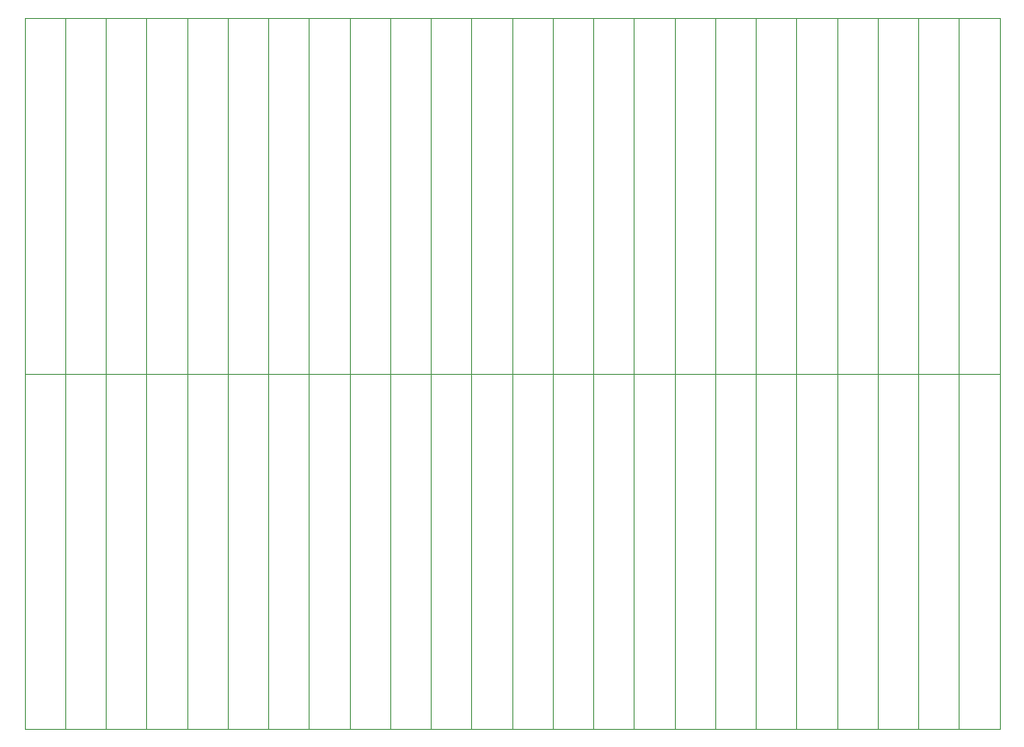
<source format=gbr>
G04 #@! TF.GenerationSoftware,KiCad,Pcbnew,5.1.5+dfsg1-2build2*
G04 #@! TF.CreationDate,2022-01-05T22:10:48-05:00*
G04 #@! TF.ProjectId,,58585858-5858-4585-9858-585858585858,rev?*
G04 #@! TF.SameCoordinates,Original*
G04 #@! TF.FileFunction,Profile,NP*
%FSLAX46Y46*%
G04 Gerber Fmt 4.6, Leading zero omitted, Abs format (unit mm)*
G04 Created by KiCad (PCBNEW 5.1.5+dfsg1-2build2) date 2022-01-05 22:10:48*
%MOMM*%
%LPD*%
G04 APERTURE LIST*
%ADD10C,0.050000*%
G04 APERTURE END LIST*
D10*
X158332300Y-107058800D02*
X162332300Y-107058800D01*
X154332300Y-107058800D02*
X158332300Y-107058800D01*
X150332300Y-107058800D02*
X154332300Y-107058800D01*
X146332300Y-107058800D02*
X150332300Y-107058800D01*
X142332300Y-107058800D02*
X146332300Y-107058800D01*
X138332300Y-107058800D02*
X142332300Y-107058800D01*
X134332300Y-107058800D02*
X138332300Y-107058800D01*
X130332300Y-107058800D02*
X134332300Y-107058800D01*
X126332300Y-107058800D02*
X130332300Y-107058800D01*
X122332300Y-107058800D02*
X126332300Y-107058800D01*
X118332300Y-107058800D02*
X122332300Y-107058800D01*
X114332300Y-107058800D02*
X118332300Y-107058800D01*
X110332300Y-107058800D02*
X114332300Y-107058800D01*
X106332300Y-107058800D02*
X110332300Y-107058800D01*
X102332300Y-107058800D02*
X106332300Y-107058800D01*
X98332300Y-107058800D02*
X102332300Y-107058800D01*
X94332300Y-107058800D02*
X98332300Y-107058800D01*
X90332300Y-107058800D02*
X94332300Y-107058800D01*
X86332300Y-107058800D02*
X90332300Y-107058800D01*
X82332300Y-107058800D02*
X86332300Y-107058800D01*
X78332300Y-107058800D02*
X82332300Y-107058800D01*
X74332300Y-107058800D02*
X78332300Y-107058800D01*
X70332300Y-107058800D02*
X74332300Y-107058800D01*
X66332300Y-107058800D02*
X70332300Y-107058800D01*
X158332300Y-72058800D02*
X162332300Y-72058800D01*
X154332300Y-72058800D02*
X158332300Y-72058800D01*
X150332300Y-72058800D02*
X154332300Y-72058800D01*
X146332300Y-72058800D02*
X150332300Y-72058800D01*
X142332300Y-72058800D02*
X146332300Y-72058800D01*
X138332300Y-72058800D02*
X142332300Y-72058800D01*
X134332300Y-72058800D02*
X138332300Y-72058800D01*
X130332300Y-72058800D02*
X134332300Y-72058800D01*
X126332300Y-72058800D02*
X130332300Y-72058800D01*
X122332300Y-72058800D02*
X126332300Y-72058800D01*
X118332300Y-72058800D02*
X122332300Y-72058800D01*
X114332300Y-72058800D02*
X118332300Y-72058800D01*
X110332300Y-72058800D02*
X114332300Y-72058800D01*
X106332300Y-72058800D02*
X110332300Y-72058800D01*
X102332300Y-72058800D02*
X106332300Y-72058800D01*
X98332300Y-72058800D02*
X102332300Y-72058800D01*
X94332300Y-72058800D02*
X98332300Y-72058800D01*
X90332300Y-72058800D02*
X94332300Y-72058800D01*
X86332300Y-72058800D02*
X90332300Y-72058800D01*
X82332300Y-72058800D02*
X86332300Y-72058800D01*
X78332300Y-72058800D02*
X82332300Y-72058800D01*
X74332300Y-72058800D02*
X78332300Y-72058800D01*
X70332300Y-72058800D02*
X74332300Y-72058800D01*
X158332300Y-72058800D02*
X162332300Y-72058800D01*
X154332300Y-72058800D02*
X158332300Y-72058800D01*
X150332300Y-72058800D02*
X154332300Y-72058800D01*
X146332300Y-72058800D02*
X150332300Y-72058800D01*
X142332300Y-72058800D02*
X146332300Y-72058800D01*
X138332300Y-72058800D02*
X142332300Y-72058800D01*
X134332300Y-72058800D02*
X138332300Y-72058800D01*
X130332300Y-72058800D02*
X134332300Y-72058800D01*
X126332300Y-72058800D02*
X130332300Y-72058800D01*
X122332300Y-72058800D02*
X126332300Y-72058800D01*
X118332300Y-72058800D02*
X122332300Y-72058800D01*
X114332300Y-72058800D02*
X118332300Y-72058800D01*
X110332300Y-72058800D02*
X114332300Y-72058800D01*
X106332300Y-72058800D02*
X110332300Y-72058800D01*
X102332300Y-72058800D02*
X106332300Y-72058800D01*
X98332300Y-72058800D02*
X102332300Y-72058800D01*
X94332300Y-72058800D02*
X98332300Y-72058800D01*
X90332300Y-72058800D02*
X94332300Y-72058800D01*
X86332300Y-72058800D02*
X90332300Y-72058800D01*
X82332300Y-72058800D02*
X86332300Y-72058800D01*
X78332300Y-72058800D02*
X82332300Y-72058800D01*
X74332300Y-72058800D02*
X78332300Y-72058800D01*
X70332300Y-72058800D02*
X74332300Y-72058800D01*
X66332300Y-72058800D02*
X70332300Y-72058800D01*
X158332300Y-37058800D02*
X162332300Y-37058800D01*
X154332300Y-37058800D02*
X158332300Y-37058800D01*
X150332300Y-37058800D02*
X154332300Y-37058800D01*
X146332300Y-37058800D02*
X150332300Y-37058800D01*
X142332300Y-37058800D02*
X146332300Y-37058800D01*
X138332300Y-37058800D02*
X142332300Y-37058800D01*
X134332300Y-37058800D02*
X138332300Y-37058800D01*
X130332300Y-37058800D02*
X134332300Y-37058800D01*
X126332300Y-37058800D02*
X130332300Y-37058800D01*
X122332300Y-37058800D02*
X126332300Y-37058800D01*
X118332300Y-37058800D02*
X122332300Y-37058800D01*
X114332300Y-37058800D02*
X118332300Y-37058800D01*
X110332300Y-37058800D02*
X114332300Y-37058800D01*
X106332300Y-37058800D02*
X110332300Y-37058800D01*
X102332300Y-37058800D02*
X106332300Y-37058800D01*
X98332300Y-37058800D02*
X102332300Y-37058800D01*
X94332300Y-37058800D02*
X98332300Y-37058800D01*
X90332300Y-37058800D02*
X94332300Y-37058800D01*
X86332300Y-37058800D02*
X90332300Y-37058800D01*
X82332300Y-37058800D02*
X86332300Y-37058800D01*
X78332300Y-37058800D02*
X82332300Y-37058800D01*
X74332300Y-37058800D02*
X78332300Y-37058800D01*
X70332300Y-37058800D02*
X74332300Y-37058800D01*
X162332300Y-72058800D02*
X162332300Y-107058800D01*
X158332300Y-72058800D02*
X158332300Y-107058800D01*
X154332300Y-72058800D02*
X154332300Y-107058800D01*
X150332300Y-72058800D02*
X150332300Y-107058800D01*
X146332300Y-72058800D02*
X146332300Y-107058800D01*
X142332300Y-72058800D02*
X142332300Y-107058800D01*
X138332300Y-72058800D02*
X138332300Y-107058800D01*
X134332300Y-72058800D02*
X134332300Y-107058800D01*
X130332300Y-72058800D02*
X130332300Y-107058800D01*
X126332300Y-72058800D02*
X126332300Y-107058800D01*
X122332300Y-72058800D02*
X122332300Y-107058800D01*
X118332300Y-72058800D02*
X118332300Y-107058800D01*
X114332300Y-72058800D02*
X114332300Y-107058800D01*
X110332300Y-72058800D02*
X110332300Y-107058800D01*
X106332300Y-72058800D02*
X106332300Y-107058800D01*
X102332300Y-72058800D02*
X102332300Y-107058800D01*
X98332300Y-72058800D02*
X98332300Y-107058800D01*
X94332300Y-72058800D02*
X94332300Y-107058800D01*
X90332300Y-72058800D02*
X90332300Y-107058800D01*
X86332300Y-72058800D02*
X86332300Y-107058800D01*
X82332300Y-72058800D02*
X82332300Y-107058800D01*
X78332300Y-72058800D02*
X78332300Y-107058800D01*
X74332300Y-72058800D02*
X74332300Y-107058800D01*
X70332300Y-72058800D02*
X70332300Y-107058800D01*
X162332300Y-37058800D02*
X162332300Y-72058800D01*
X158332300Y-37058800D02*
X158332300Y-72058800D01*
X154332300Y-37058800D02*
X154332300Y-72058800D01*
X150332300Y-37058800D02*
X150332300Y-72058800D01*
X146332300Y-37058800D02*
X146332300Y-72058800D01*
X142332300Y-37058800D02*
X142332300Y-72058800D01*
X138332300Y-37058800D02*
X138332300Y-72058800D01*
X134332300Y-37058800D02*
X134332300Y-72058800D01*
X130332300Y-37058800D02*
X130332300Y-72058800D01*
X126332300Y-37058800D02*
X126332300Y-72058800D01*
X122332300Y-37058800D02*
X122332300Y-72058800D01*
X118332300Y-37058800D02*
X118332300Y-72058800D01*
X114332300Y-37058800D02*
X114332300Y-72058800D01*
X110332300Y-37058800D02*
X110332300Y-72058800D01*
X106332300Y-37058800D02*
X106332300Y-72058800D01*
X102332300Y-37058800D02*
X102332300Y-72058800D01*
X98332300Y-37058800D02*
X98332300Y-72058800D01*
X94332300Y-37058800D02*
X94332300Y-72058800D01*
X90332300Y-37058800D02*
X90332300Y-72058800D01*
X86332300Y-37058800D02*
X86332300Y-72058800D01*
X82332300Y-37058800D02*
X82332300Y-72058800D01*
X78332300Y-37058800D02*
X78332300Y-72058800D01*
X74332300Y-37058800D02*
X74332300Y-72058800D01*
X158332300Y-72058800D02*
X158332300Y-107058800D01*
X154332300Y-72058800D02*
X154332300Y-107058800D01*
X150332300Y-72058800D02*
X150332300Y-107058800D01*
X146332300Y-72058800D02*
X146332300Y-107058800D01*
X142332300Y-72058800D02*
X142332300Y-107058800D01*
X138332300Y-72058800D02*
X138332300Y-107058800D01*
X134332300Y-72058800D02*
X134332300Y-107058800D01*
X130332300Y-72058800D02*
X130332300Y-107058800D01*
X126332300Y-72058800D02*
X126332300Y-107058800D01*
X122332300Y-72058800D02*
X122332300Y-107058800D01*
X118332300Y-72058800D02*
X118332300Y-107058800D01*
X114332300Y-72058800D02*
X114332300Y-107058800D01*
X110332300Y-72058800D02*
X110332300Y-107058800D01*
X106332300Y-72058800D02*
X106332300Y-107058800D01*
X102332300Y-72058800D02*
X102332300Y-107058800D01*
X98332300Y-72058800D02*
X98332300Y-107058800D01*
X94332300Y-72058800D02*
X94332300Y-107058800D01*
X90332300Y-72058800D02*
X90332300Y-107058800D01*
X86332300Y-72058800D02*
X86332300Y-107058800D01*
X82332300Y-72058800D02*
X82332300Y-107058800D01*
X78332300Y-72058800D02*
X78332300Y-107058800D01*
X74332300Y-72058800D02*
X74332300Y-107058800D01*
X70332300Y-72058800D02*
X70332300Y-107058800D01*
X66332300Y-72058800D02*
X66332300Y-107058800D01*
X158332300Y-37058800D02*
X158332300Y-72058800D01*
X154332300Y-37058800D02*
X154332300Y-72058800D01*
X150332300Y-37058800D02*
X150332300Y-72058800D01*
X146332300Y-37058800D02*
X146332300Y-72058800D01*
X142332300Y-37058800D02*
X142332300Y-72058800D01*
X138332300Y-37058800D02*
X138332300Y-72058800D01*
X134332300Y-37058800D02*
X134332300Y-72058800D01*
X130332300Y-37058800D02*
X130332300Y-72058800D01*
X126332300Y-37058800D02*
X126332300Y-72058800D01*
X122332300Y-37058800D02*
X122332300Y-72058800D01*
X118332300Y-37058800D02*
X118332300Y-72058800D01*
X114332300Y-37058800D02*
X114332300Y-72058800D01*
X110332300Y-37058800D02*
X110332300Y-72058800D01*
X106332300Y-37058800D02*
X106332300Y-72058800D01*
X102332300Y-37058800D02*
X102332300Y-72058800D01*
X98332300Y-37058800D02*
X98332300Y-72058800D01*
X94332300Y-37058800D02*
X94332300Y-72058800D01*
X90332300Y-37058800D02*
X90332300Y-72058800D01*
X86332300Y-37058800D02*
X86332300Y-72058800D01*
X82332300Y-37058800D02*
X82332300Y-72058800D01*
X78332300Y-37058800D02*
X78332300Y-72058800D01*
X74332300Y-37058800D02*
X74332300Y-72058800D01*
X70332300Y-37058800D02*
X70332300Y-72058800D01*
X66332300Y-72058800D02*
X70332300Y-72058800D01*
X66332300Y-37058800D02*
X70332300Y-37058800D01*
X70332300Y-37058800D02*
X70332300Y-72058800D01*
X66332300Y-37058800D02*
X66332300Y-72058800D01*
M02*

</source>
